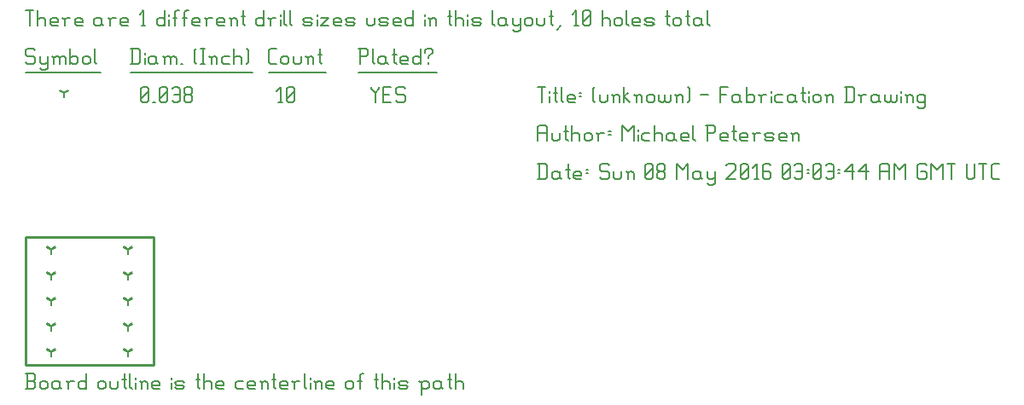
<source format=gbr>
G04 start of page 12 for group -3984 idx -3984 *
G04 Title: (unknown), fab *
G04 Creator: pcb 20110918 *
G04 CreationDate: Sun 08 May 2016 03:03:44 AM GMT UTC *
G04 For: petersen *
G04 Format: Gerber/RS-274X *
G04 PCB-Dimensions: 50000 50000 *
G04 PCB-Coordinate-Origin: lower left *
%MOIN*%
%FSLAX25Y25*%
%LNFAB*%
%ADD36C,0.0100*%
%ADD35C,0.0060*%
%ADD34C,0.0001*%
%ADD33R,0.0080X0.0080*%
G54D33*X10000Y35000D02*Y33400D01*
G54D34*G36*
X9454Y35147D02*X11533Y36346D01*
X11933Y35653D01*
X9853Y34454D01*
X9454Y35147D01*
G37*
G36*
X10147Y34454D02*X8067Y35653D01*
X8467Y36346D01*
X10546Y35147D01*
X10147Y34454D01*
G37*
G54D33*X10000Y25000D02*Y23400D01*
G54D34*G36*
X9454Y25147D02*X11533Y26346D01*
X11933Y25653D01*
X9853Y24454D01*
X9454Y25147D01*
G37*
G36*
X10147Y24454D02*X8067Y25653D01*
X8467Y26346D01*
X10546Y25147D01*
X10147Y24454D01*
G37*
G54D33*X10000Y15000D02*Y13400D01*
G54D34*G36*
X9454Y15147D02*X11533Y16346D01*
X11933Y15653D01*
X9853Y14454D01*
X9454Y15147D01*
G37*
G36*
X10147Y14454D02*X8067Y15653D01*
X8467Y16346D01*
X10546Y15147D01*
X10147Y14454D01*
G37*
G54D33*X10000Y5000D02*Y3400D01*
G54D34*G36*
X9454Y5147D02*X11533Y6346D01*
X11933Y5653D01*
X9853Y4454D01*
X9454Y5147D01*
G37*
G36*
X10147Y4454D02*X8067Y5653D01*
X8467Y6346D01*
X10546Y5147D01*
X10147Y4454D01*
G37*
G54D33*X10000Y45000D02*Y43400D01*
G54D34*G36*
X9454Y45147D02*X11533Y46346D01*
X11933Y45653D01*
X9853Y44454D01*
X9454Y45147D01*
G37*
G36*
X10147Y44454D02*X8067Y45653D01*
X8467Y46346D01*
X10546Y45147D01*
X10147Y44454D01*
G37*
G54D33*X40000Y45000D02*Y43400D01*
G54D34*G36*
X39454Y45147D02*X41533Y46346D01*
X41933Y45653D01*
X39853Y44454D01*
X39454Y45147D01*
G37*
G36*
X40147Y44454D02*X38067Y45653D01*
X38467Y46346D01*
X40546Y45147D01*
X40147Y44454D01*
G37*
G54D33*X40000Y35000D02*Y33400D01*
G54D34*G36*
X39454Y35147D02*X41533Y36346D01*
X41933Y35653D01*
X39853Y34454D01*
X39454Y35147D01*
G37*
G36*
X40147Y34454D02*X38067Y35653D01*
X38467Y36346D01*
X40546Y35147D01*
X40147Y34454D01*
G37*
G54D33*X40000Y25000D02*Y23400D01*
G54D34*G36*
X39454Y25147D02*X41533Y26346D01*
X41933Y25653D01*
X39853Y24454D01*
X39454Y25147D01*
G37*
G36*
X40147Y24454D02*X38067Y25653D01*
X38467Y26346D01*
X40546Y25147D01*
X40147Y24454D01*
G37*
G54D33*X40000Y15000D02*Y13400D01*
G54D34*G36*
X39454Y15147D02*X41533Y16346D01*
X41933Y15653D01*
X39853Y14454D01*
X39454Y15147D01*
G37*
G36*
X40147Y14454D02*X38067Y15653D01*
X38467Y16346D01*
X40546Y15147D01*
X40147Y14454D01*
G37*
G54D33*X40000Y5000D02*Y3400D01*
G54D34*G36*
X39454Y5147D02*X41533Y6346D01*
X41933Y5653D01*
X39853Y4454D01*
X39454Y5147D01*
G37*
G36*
X40147Y4454D02*X38067Y5653D01*
X38467Y6346D01*
X40546Y5147D01*
X40147Y4454D01*
G37*
G54D33*X15000Y106250D02*Y104650D01*
G54D34*G36*
X14454Y106397D02*X16533Y107596D01*
X16933Y106903D01*
X14853Y105704D01*
X14454Y106397D01*
G37*
G36*
X15147Y105704D02*X13067Y106903D01*
X13467Y107596D01*
X15546Y106397D01*
X15147Y105704D01*
G37*
G54D35*X135000Y108500D02*Y107750D01*
X136500Y106250D01*
X138000Y107750D01*
Y108500D02*Y107750D01*
X136500Y106250D02*Y102500D01*
X139800Y105500D02*X142050D01*
X139800Y102500D02*X142800D01*
X139800Y108500D02*Y102500D01*
Y108500D02*X142800D01*
X147600D02*X148350Y107750D01*
X145350Y108500D02*X147600D01*
X144600Y107750D02*X145350Y108500D01*
X144600Y107750D02*Y106250D01*
X145350Y105500D01*
X147600D01*
X148350Y104750D01*
Y103250D01*
X147600Y102500D02*X148350Y103250D01*
X145350Y102500D02*X147600D01*
X144600Y103250D02*X145350Y102500D01*
X98750D02*X100250D01*
X99500Y108500D02*Y102500D01*
X98000Y107000D02*X99500Y108500D01*
X102050Y103250D02*X102800Y102500D01*
X102050Y107750D02*Y103250D01*
Y107750D02*X102800Y108500D01*
X104300D01*
X105050Y107750D01*
Y103250D01*
X104300Y102500D02*X105050Y103250D01*
X102800Y102500D02*X104300D01*
X102050Y104000D02*X105050Y107000D01*
X45000Y103250D02*X45750Y102500D01*
X45000Y107750D02*Y103250D01*
Y107750D02*X45750Y108500D01*
X47250D01*
X48000Y107750D01*
Y103250D01*
X47250Y102500D02*X48000Y103250D01*
X45750Y102500D02*X47250D01*
X45000Y104000D02*X48000Y107000D01*
X49800Y102500D02*X50550D01*
X52350Y103250D02*X53100Y102500D01*
X52350Y107750D02*Y103250D01*
Y107750D02*X53100Y108500D01*
X54600D01*
X55350Y107750D01*
Y103250D01*
X54600Y102500D02*X55350Y103250D01*
X53100Y102500D02*X54600D01*
X52350Y104000D02*X55350Y107000D01*
X57150Y107750D02*X57900Y108500D01*
X59400D01*
X60150Y107750D01*
Y103250D01*
X59400Y102500D02*X60150Y103250D01*
X57900Y102500D02*X59400D01*
X57150Y103250D02*X57900Y102500D01*
Y105500D02*X60150D01*
X61950Y103250D02*X62700Y102500D01*
X61950Y104750D02*Y103250D01*
Y104750D02*X62700Y105500D01*
X64200D01*
X64950Y104750D01*
Y103250D01*
X64200Y102500D02*X64950Y103250D01*
X62700Y102500D02*X64200D01*
X61950Y106250D02*X62700Y105500D01*
X61950Y107750D02*Y106250D01*
Y107750D02*X62700Y108500D01*
X64200D01*
X64950Y107750D01*
Y106250D01*
X64200Y105500D02*X64950Y106250D01*
X3000Y123500D02*X3750Y122750D01*
X750Y123500D02*X3000D01*
X0Y122750D02*X750Y123500D01*
X0Y122750D02*Y121250D01*
X750Y120500D01*
X3000D01*
X3750Y119750D01*
Y118250D01*
X3000Y117500D02*X3750Y118250D01*
X750Y117500D02*X3000D01*
X0Y118250D02*X750Y117500D01*
X5550Y120500D02*Y118250D01*
X6300Y117500D01*
X8550Y120500D02*Y116000D01*
X7800Y115250D02*X8550Y116000D01*
X6300Y115250D02*X7800D01*
X5550Y116000D02*X6300Y115250D01*
Y117500D02*X7800D01*
X8550Y118250D01*
X11100Y119750D02*Y117500D01*
Y119750D02*X11850Y120500D01*
X12600D01*
X13350Y119750D01*
Y117500D01*
Y119750D02*X14100Y120500D01*
X14850D01*
X15600Y119750D01*
Y117500D01*
X10350Y120500D02*X11100Y119750D01*
X17400Y123500D02*Y117500D01*
Y118250D02*X18150Y117500D01*
X19650D01*
X20400Y118250D01*
Y119750D02*Y118250D01*
X19650Y120500D02*X20400Y119750D01*
X18150Y120500D02*X19650D01*
X17400Y119750D02*X18150Y120500D01*
X22200Y119750D02*Y118250D01*
Y119750D02*X22950Y120500D01*
X24450D01*
X25200Y119750D01*
Y118250D01*
X24450Y117500D02*X25200Y118250D01*
X22950Y117500D02*X24450D01*
X22200Y118250D02*X22950Y117500D01*
X27000Y123500D02*Y118250D01*
X27750Y117500D01*
X0Y114250D02*X29250D01*
X41750Y123500D02*Y117500D01*
X44000Y123500D02*X44750Y122750D01*
Y118250D01*
X44000Y117500D02*X44750Y118250D01*
X41000Y117500D02*X44000D01*
X41000Y123500D02*X44000D01*
X46550Y122000D02*Y121250D01*
Y119750D02*Y117500D01*
X50300Y120500D02*X51050Y119750D01*
X48800Y120500D02*X50300D01*
X48050Y119750D02*X48800Y120500D01*
X48050Y119750D02*Y118250D01*
X48800Y117500D01*
X51050Y120500D02*Y118250D01*
X51800Y117500D01*
X48800D02*X50300D01*
X51050Y118250D01*
X54350Y119750D02*Y117500D01*
Y119750D02*X55100Y120500D01*
X55850D01*
X56600Y119750D01*
Y117500D01*
Y119750D02*X57350Y120500D01*
X58100D01*
X58850Y119750D01*
Y117500D01*
X53600Y120500D02*X54350Y119750D01*
X60650Y117500D02*X61400D01*
X65900Y118250D02*X66650Y117500D01*
X65900Y122750D02*X66650Y123500D01*
X65900Y122750D02*Y118250D01*
X68450Y123500D02*X69950D01*
X69200D02*Y117500D01*
X68450D02*X69950D01*
X72500Y119750D02*Y117500D01*
Y119750D02*X73250Y120500D01*
X74000D01*
X74750Y119750D01*
Y117500D01*
X71750Y120500D02*X72500Y119750D01*
X77300Y120500D02*X79550D01*
X76550Y119750D02*X77300Y120500D01*
X76550Y119750D02*Y118250D01*
X77300Y117500D01*
X79550D01*
X81350Y123500D02*Y117500D01*
Y119750D02*X82100Y120500D01*
X83600D01*
X84350Y119750D01*
Y117500D01*
X86150Y123500D02*X86900Y122750D01*
Y118250D01*
X86150Y117500D02*X86900Y118250D01*
X41000Y114250D02*X88700D01*
X95750Y117500D02*X98000D01*
X95000Y118250D02*X95750Y117500D01*
X95000Y122750D02*Y118250D01*
Y122750D02*X95750Y123500D01*
X98000D01*
X99800Y119750D02*Y118250D01*
Y119750D02*X100550Y120500D01*
X102050D01*
X102800Y119750D01*
Y118250D01*
X102050Y117500D02*X102800Y118250D01*
X100550Y117500D02*X102050D01*
X99800Y118250D02*X100550Y117500D01*
X104600Y120500D02*Y118250D01*
X105350Y117500D01*
X106850D01*
X107600Y118250D01*
Y120500D02*Y118250D01*
X110150Y119750D02*Y117500D01*
Y119750D02*X110900Y120500D01*
X111650D01*
X112400Y119750D01*
Y117500D01*
X109400Y120500D02*X110150Y119750D01*
X114950Y123500D02*Y118250D01*
X115700Y117500D01*
X114200Y121250D02*X115700D01*
X95000Y114250D02*X117200D01*
X130750Y123500D02*Y117500D01*
X130000Y123500D02*X133000D01*
X133750Y122750D01*
Y121250D01*
X133000Y120500D02*X133750Y121250D01*
X130750Y120500D02*X133000D01*
X135550Y123500D02*Y118250D01*
X136300Y117500D01*
X140050Y120500D02*X140800Y119750D01*
X138550Y120500D02*X140050D01*
X137800Y119750D02*X138550Y120500D01*
X137800Y119750D02*Y118250D01*
X138550Y117500D01*
X140800Y120500D02*Y118250D01*
X141550Y117500D01*
X138550D02*X140050D01*
X140800Y118250D01*
X144100Y123500D02*Y118250D01*
X144850Y117500D01*
X143350Y121250D02*X144850D01*
X147100Y117500D02*X149350D01*
X146350Y118250D02*X147100Y117500D01*
X146350Y119750D02*Y118250D01*
Y119750D02*X147100Y120500D01*
X148600D01*
X149350Y119750D01*
X146350Y119000D02*X149350D01*
Y119750D02*Y119000D01*
X154150Y123500D02*Y117500D01*
X153400D02*X154150Y118250D01*
X151900Y117500D02*X153400D01*
X151150Y118250D02*X151900Y117500D01*
X151150Y119750D02*Y118250D01*
Y119750D02*X151900Y120500D01*
X153400D01*
X154150Y119750D01*
X157450Y120500D02*Y119750D01*
Y118250D02*Y117500D01*
X155950Y122750D02*Y122000D01*
Y122750D02*X156700Y123500D01*
X158200D01*
X158950Y122750D01*
Y122000D01*
X157450Y120500D02*X158950Y122000D01*
X130000Y114250D02*X160750D01*
X0Y138500D02*X3000D01*
X1500D02*Y132500D01*
X4800Y138500D02*Y132500D01*
Y134750D02*X5550Y135500D01*
X7050D01*
X7800Y134750D01*
Y132500D01*
X10350D02*X12600D01*
X9600Y133250D02*X10350Y132500D01*
X9600Y134750D02*Y133250D01*
Y134750D02*X10350Y135500D01*
X11850D01*
X12600Y134750D01*
X9600Y134000D02*X12600D01*
Y134750D02*Y134000D01*
X15150Y134750D02*Y132500D01*
Y134750D02*X15900Y135500D01*
X17400D01*
X14400D02*X15150Y134750D01*
X19950Y132500D02*X22200D01*
X19200Y133250D02*X19950Y132500D01*
X19200Y134750D02*Y133250D01*
Y134750D02*X19950Y135500D01*
X21450D01*
X22200Y134750D01*
X19200Y134000D02*X22200D01*
Y134750D02*Y134000D01*
X28950Y135500D02*X29700Y134750D01*
X27450Y135500D02*X28950D01*
X26700Y134750D02*X27450Y135500D01*
X26700Y134750D02*Y133250D01*
X27450Y132500D01*
X29700Y135500D02*Y133250D01*
X30450Y132500D01*
X27450D02*X28950D01*
X29700Y133250D01*
X33000Y134750D02*Y132500D01*
Y134750D02*X33750Y135500D01*
X35250D01*
X32250D02*X33000Y134750D01*
X37800Y132500D02*X40050D01*
X37050Y133250D02*X37800Y132500D01*
X37050Y134750D02*Y133250D01*
Y134750D02*X37800Y135500D01*
X39300D01*
X40050Y134750D01*
X37050Y134000D02*X40050D01*
Y134750D02*Y134000D01*
X45300Y132500D02*X46800D01*
X46050Y138500D02*Y132500D01*
X44550Y137000D02*X46050Y138500D01*
X54300D02*Y132500D01*
X53550D02*X54300Y133250D01*
X52050Y132500D02*X53550D01*
X51300Y133250D02*X52050Y132500D01*
X51300Y134750D02*Y133250D01*
Y134750D02*X52050Y135500D01*
X53550D01*
X54300Y134750D01*
X56100Y137000D02*Y136250D01*
Y134750D02*Y132500D01*
X58350Y137750D02*Y132500D01*
Y137750D02*X59100Y138500D01*
X59850D01*
X57600Y135500D02*X59100D01*
X62100Y137750D02*Y132500D01*
Y137750D02*X62850Y138500D01*
X63600D01*
X61350Y135500D02*X62850D01*
X65850Y132500D02*X68100D01*
X65100Y133250D02*X65850Y132500D01*
X65100Y134750D02*Y133250D01*
Y134750D02*X65850Y135500D01*
X67350D01*
X68100Y134750D01*
X65100Y134000D02*X68100D01*
Y134750D02*Y134000D01*
X70650Y134750D02*Y132500D01*
Y134750D02*X71400Y135500D01*
X72900D01*
X69900D02*X70650Y134750D01*
X75450Y132500D02*X77700D01*
X74700Y133250D02*X75450Y132500D01*
X74700Y134750D02*Y133250D01*
Y134750D02*X75450Y135500D01*
X76950D01*
X77700Y134750D01*
X74700Y134000D02*X77700D01*
Y134750D02*Y134000D01*
X80250Y134750D02*Y132500D01*
Y134750D02*X81000Y135500D01*
X81750D01*
X82500Y134750D01*
Y132500D01*
X79500Y135500D02*X80250Y134750D01*
X85050Y138500D02*Y133250D01*
X85800Y132500D01*
X84300Y136250D02*X85800D01*
X93000Y138500D02*Y132500D01*
X92250D02*X93000Y133250D01*
X90750Y132500D02*X92250D01*
X90000Y133250D02*X90750Y132500D01*
X90000Y134750D02*Y133250D01*
Y134750D02*X90750Y135500D01*
X92250D01*
X93000Y134750D01*
X95550D02*Y132500D01*
Y134750D02*X96300Y135500D01*
X97800D01*
X94800D02*X95550Y134750D01*
X99600Y137000D02*Y136250D01*
Y134750D02*Y132500D01*
X101100Y138500D02*Y133250D01*
X101850Y132500D01*
X103350Y138500D02*Y133250D01*
X104100Y132500D01*
X109050D02*X111300D01*
X112050Y133250D01*
X111300Y134000D02*X112050Y133250D01*
X109050Y134000D02*X111300D01*
X108300Y134750D02*X109050Y134000D01*
X108300Y134750D02*X109050Y135500D01*
X111300D01*
X112050Y134750D01*
X108300Y133250D02*X109050Y132500D01*
X113850Y137000D02*Y136250D01*
Y134750D02*Y132500D01*
X115350Y135500D02*X118350D01*
X115350Y132500D02*X118350Y135500D01*
X115350Y132500D02*X118350D01*
X120900D02*X123150D01*
X120150Y133250D02*X120900Y132500D01*
X120150Y134750D02*Y133250D01*
Y134750D02*X120900Y135500D01*
X122400D01*
X123150Y134750D01*
X120150Y134000D02*X123150D01*
Y134750D02*Y134000D01*
X125700Y132500D02*X127950D01*
X128700Y133250D01*
X127950Y134000D02*X128700Y133250D01*
X125700Y134000D02*X127950D01*
X124950Y134750D02*X125700Y134000D01*
X124950Y134750D02*X125700Y135500D01*
X127950D01*
X128700Y134750D01*
X124950Y133250D02*X125700Y132500D01*
X133200Y135500D02*Y133250D01*
X133950Y132500D01*
X135450D01*
X136200Y133250D01*
Y135500D02*Y133250D01*
X138750Y132500D02*X141000D01*
X141750Y133250D01*
X141000Y134000D02*X141750Y133250D01*
X138750Y134000D02*X141000D01*
X138000Y134750D02*X138750Y134000D01*
X138000Y134750D02*X138750Y135500D01*
X141000D01*
X141750Y134750D01*
X138000Y133250D02*X138750Y132500D01*
X144300D02*X146550D01*
X143550Y133250D02*X144300Y132500D01*
X143550Y134750D02*Y133250D01*
Y134750D02*X144300Y135500D01*
X145800D01*
X146550Y134750D01*
X143550Y134000D02*X146550D01*
Y134750D02*Y134000D01*
X151350Y138500D02*Y132500D01*
X150600D02*X151350Y133250D01*
X149100Y132500D02*X150600D01*
X148350Y133250D02*X149100Y132500D01*
X148350Y134750D02*Y133250D01*
Y134750D02*X149100Y135500D01*
X150600D01*
X151350Y134750D01*
X155850Y137000D02*Y136250D01*
Y134750D02*Y132500D01*
X158100Y134750D02*Y132500D01*
Y134750D02*X158850Y135500D01*
X159600D01*
X160350Y134750D01*
Y132500D01*
X157350Y135500D02*X158100Y134750D01*
X165600Y138500D02*Y133250D01*
X166350Y132500D01*
X164850Y136250D02*X166350D01*
X167850Y138500D02*Y132500D01*
Y134750D02*X168600Y135500D01*
X170100D01*
X170850Y134750D01*
Y132500D01*
X172650Y137000D02*Y136250D01*
Y134750D02*Y132500D01*
X174900D02*X177150D01*
X177900Y133250D01*
X177150Y134000D02*X177900Y133250D01*
X174900Y134000D02*X177150D01*
X174150Y134750D02*X174900Y134000D01*
X174150Y134750D02*X174900Y135500D01*
X177150D01*
X177900Y134750D01*
X174150Y133250D02*X174900Y132500D01*
X182400Y138500D02*Y133250D01*
X183150Y132500D01*
X186900Y135500D02*X187650Y134750D01*
X185400Y135500D02*X186900D01*
X184650Y134750D02*X185400Y135500D01*
X184650Y134750D02*Y133250D01*
X185400Y132500D01*
X187650Y135500D02*Y133250D01*
X188400Y132500D01*
X185400D02*X186900D01*
X187650Y133250D01*
X190200Y135500D02*Y133250D01*
X190950Y132500D01*
X193200Y135500D02*Y131000D01*
X192450Y130250D02*X193200Y131000D01*
X190950Y130250D02*X192450D01*
X190200Y131000D02*X190950Y130250D01*
Y132500D02*X192450D01*
X193200Y133250D01*
X195000Y134750D02*Y133250D01*
Y134750D02*X195750Y135500D01*
X197250D01*
X198000Y134750D01*
Y133250D01*
X197250Y132500D02*X198000Y133250D01*
X195750Y132500D02*X197250D01*
X195000Y133250D02*X195750Y132500D01*
X199800Y135500D02*Y133250D01*
X200550Y132500D01*
X202050D01*
X202800Y133250D01*
Y135500D02*Y133250D01*
X205350Y138500D02*Y133250D01*
X206100Y132500D01*
X204600Y136250D02*X206100D01*
X207600Y131000D02*X209100Y132500D01*
X214350D02*X215850D01*
X215100Y138500D02*Y132500D01*
X213600Y137000D02*X215100Y138500D01*
X217650Y133250D02*X218400Y132500D01*
X217650Y137750D02*Y133250D01*
Y137750D02*X218400Y138500D01*
X219900D01*
X220650Y137750D01*
Y133250D01*
X219900Y132500D02*X220650Y133250D01*
X218400Y132500D02*X219900D01*
X217650Y134000D02*X220650Y137000D01*
X225150Y138500D02*Y132500D01*
Y134750D02*X225900Y135500D01*
X227400D01*
X228150Y134750D01*
Y132500D01*
X229950Y134750D02*Y133250D01*
Y134750D02*X230700Y135500D01*
X232200D01*
X232950Y134750D01*
Y133250D01*
X232200Y132500D02*X232950Y133250D01*
X230700Y132500D02*X232200D01*
X229950Y133250D02*X230700Y132500D01*
X234750Y138500D02*Y133250D01*
X235500Y132500D01*
X237750D02*X240000D01*
X237000Y133250D02*X237750Y132500D01*
X237000Y134750D02*Y133250D01*
Y134750D02*X237750Y135500D01*
X239250D01*
X240000Y134750D01*
X237000Y134000D02*X240000D01*
Y134750D02*Y134000D01*
X242550Y132500D02*X244800D01*
X245550Y133250D01*
X244800Y134000D02*X245550Y133250D01*
X242550Y134000D02*X244800D01*
X241800Y134750D02*X242550Y134000D01*
X241800Y134750D02*X242550Y135500D01*
X244800D01*
X245550Y134750D01*
X241800Y133250D02*X242550Y132500D01*
X250800Y138500D02*Y133250D01*
X251550Y132500D01*
X250050Y136250D02*X251550D01*
X253050Y134750D02*Y133250D01*
Y134750D02*X253800Y135500D01*
X255300D01*
X256050Y134750D01*
Y133250D01*
X255300Y132500D02*X256050Y133250D01*
X253800Y132500D02*X255300D01*
X253050Y133250D02*X253800Y132500D01*
X258600Y138500D02*Y133250D01*
X259350Y132500D01*
X257850Y136250D02*X259350D01*
X263100Y135500D02*X263850Y134750D01*
X261600Y135500D02*X263100D01*
X260850Y134750D02*X261600Y135500D01*
X260850Y134750D02*Y133250D01*
X261600Y132500D01*
X263850Y135500D02*Y133250D01*
X264600Y132500D01*
X261600D02*X263100D01*
X263850Y133250D01*
X266400Y138500D02*Y133250D01*
X267150Y132500D01*
G54D36*X0Y0D02*X50000D01*
Y50000D01*
X0D01*
Y0D01*
G54D35*Y-9500D02*X3000D01*
X3750Y-8750D01*
Y-7250D02*Y-8750D01*
X3000Y-6500D02*X3750Y-7250D01*
X750Y-6500D02*X3000D01*
X750Y-3500D02*Y-9500D01*
X0Y-3500D02*X3000D01*
X3750Y-4250D01*
Y-5750D01*
X3000Y-6500D02*X3750Y-5750D01*
X5550Y-7250D02*Y-8750D01*
Y-7250D02*X6300Y-6500D01*
X7800D01*
X8550Y-7250D01*
Y-8750D01*
X7800Y-9500D02*X8550Y-8750D01*
X6300Y-9500D02*X7800D01*
X5550Y-8750D02*X6300Y-9500D01*
X12600Y-6500D02*X13350Y-7250D01*
X11100Y-6500D02*X12600D01*
X10350Y-7250D02*X11100Y-6500D01*
X10350Y-7250D02*Y-8750D01*
X11100Y-9500D01*
X13350Y-6500D02*Y-8750D01*
X14100Y-9500D01*
X11100D02*X12600D01*
X13350Y-8750D01*
X16650Y-7250D02*Y-9500D01*
Y-7250D02*X17400Y-6500D01*
X18900D01*
X15900D02*X16650Y-7250D01*
X23700Y-3500D02*Y-9500D01*
X22950D02*X23700Y-8750D01*
X21450Y-9500D02*X22950D01*
X20700Y-8750D02*X21450Y-9500D01*
X20700Y-7250D02*Y-8750D01*
Y-7250D02*X21450Y-6500D01*
X22950D01*
X23700Y-7250D01*
X28200D02*Y-8750D01*
Y-7250D02*X28950Y-6500D01*
X30450D01*
X31200Y-7250D01*
Y-8750D01*
X30450Y-9500D02*X31200Y-8750D01*
X28950Y-9500D02*X30450D01*
X28200Y-8750D02*X28950Y-9500D01*
X33000Y-6500D02*Y-8750D01*
X33750Y-9500D01*
X35250D01*
X36000Y-8750D01*
Y-6500D02*Y-8750D01*
X38550Y-3500D02*Y-8750D01*
X39300Y-9500D01*
X37800Y-5750D02*X39300D01*
X40800Y-3500D02*Y-8750D01*
X41550Y-9500D01*
X43050Y-5000D02*Y-5750D01*
Y-7250D02*Y-9500D01*
X45300Y-7250D02*Y-9500D01*
Y-7250D02*X46050Y-6500D01*
X46800D01*
X47550Y-7250D01*
Y-9500D01*
X44550Y-6500D02*X45300Y-7250D01*
X50100Y-9500D02*X52350D01*
X49350Y-8750D02*X50100Y-9500D01*
X49350Y-7250D02*Y-8750D01*
Y-7250D02*X50100Y-6500D01*
X51600D01*
X52350Y-7250D01*
X49350Y-8000D02*X52350D01*
Y-7250D02*Y-8000D01*
X56850Y-5000D02*Y-5750D01*
Y-7250D02*Y-9500D01*
X59100D02*X61350D01*
X62100Y-8750D01*
X61350Y-8000D02*X62100Y-8750D01*
X59100Y-8000D02*X61350D01*
X58350Y-7250D02*X59100Y-8000D01*
X58350Y-7250D02*X59100Y-6500D01*
X61350D01*
X62100Y-7250D01*
X58350Y-8750D02*X59100Y-9500D01*
X67350Y-3500D02*Y-8750D01*
X68100Y-9500D01*
X66600Y-5750D02*X68100D01*
X69600Y-3500D02*Y-9500D01*
Y-7250D02*X70350Y-6500D01*
X71850D01*
X72600Y-7250D01*
Y-9500D01*
X75150D02*X77400D01*
X74400Y-8750D02*X75150Y-9500D01*
X74400Y-7250D02*Y-8750D01*
Y-7250D02*X75150Y-6500D01*
X76650D01*
X77400Y-7250D01*
X74400Y-8000D02*X77400D01*
Y-7250D02*Y-8000D01*
X82650Y-6500D02*X84900D01*
X81900Y-7250D02*X82650Y-6500D01*
X81900Y-7250D02*Y-8750D01*
X82650Y-9500D01*
X84900D01*
X87450D02*X89700D01*
X86700Y-8750D02*X87450Y-9500D01*
X86700Y-7250D02*Y-8750D01*
Y-7250D02*X87450Y-6500D01*
X88950D01*
X89700Y-7250D01*
X86700Y-8000D02*X89700D01*
Y-7250D02*Y-8000D01*
X92250Y-7250D02*Y-9500D01*
Y-7250D02*X93000Y-6500D01*
X93750D01*
X94500Y-7250D01*
Y-9500D01*
X91500Y-6500D02*X92250Y-7250D01*
X97050Y-3500D02*Y-8750D01*
X97800Y-9500D01*
X96300Y-5750D02*X97800D01*
X100050Y-9500D02*X102300D01*
X99300Y-8750D02*X100050Y-9500D01*
X99300Y-7250D02*Y-8750D01*
Y-7250D02*X100050Y-6500D01*
X101550D01*
X102300Y-7250D01*
X99300Y-8000D02*X102300D01*
Y-7250D02*Y-8000D01*
X104850Y-7250D02*Y-9500D01*
Y-7250D02*X105600Y-6500D01*
X107100D01*
X104100D02*X104850Y-7250D01*
X108900Y-3500D02*Y-8750D01*
X109650Y-9500D01*
X111150Y-5000D02*Y-5750D01*
Y-7250D02*Y-9500D01*
X113400Y-7250D02*Y-9500D01*
Y-7250D02*X114150Y-6500D01*
X114900D01*
X115650Y-7250D01*
Y-9500D01*
X112650Y-6500D02*X113400Y-7250D01*
X118200Y-9500D02*X120450D01*
X117450Y-8750D02*X118200Y-9500D01*
X117450Y-7250D02*Y-8750D01*
Y-7250D02*X118200Y-6500D01*
X119700D01*
X120450Y-7250D01*
X117450Y-8000D02*X120450D01*
Y-7250D02*Y-8000D01*
X124950Y-7250D02*Y-8750D01*
Y-7250D02*X125700Y-6500D01*
X127200D01*
X127950Y-7250D01*
Y-8750D01*
X127200Y-9500D02*X127950Y-8750D01*
X125700Y-9500D02*X127200D01*
X124950Y-8750D02*X125700Y-9500D01*
X130500Y-4250D02*Y-9500D01*
Y-4250D02*X131250Y-3500D01*
X132000D01*
X129750Y-6500D02*X131250D01*
X136950Y-3500D02*Y-8750D01*
X137700Y-9500D01*
X136200Y-5750D02*X137700D01*
X139200Y-3500D02*Y-9500D01*
Y-7250D02*X139950Y-6500D01*
X141450D01*
X142200Y-7250D01*
Y-9500D01*
X144000Y-5000D02*Y-5750D01*
Y-7250D02*Y-9500D01*
X146250D02*X148500D01*
X149250Y-8750D01*
X148500Y-8000D02*X149250Y-8750D01*
X146250Y-8000D02*X148500D01*
X145500Y-7250D02*X146250Y-8000D01*
X145500Y-7250D02*X146250Y-6500D01*
X148500D01*
X149250Y-7250D01*
X145500Y-8750D02*X146250Y-9500D01*
X154500Y-7250D02*Y-11750D01*
X153750Y-6500D02*X154500Y-7250D01*
X155250Y-6500D01*
X156750D01*
X157500Y-7250D01*
Y-8750D01*
X156750Y-9500D02*X157500Y-8750D01*
X155250Y-9500D02*X156750D01*
X154500Y-8750D02*X155250Y-9500D01*
X161550Y-6500D02*X162300Y-7250D01*
X160050Y-6500D02*X161550D01*
X159300Y-7250D02*X160050Y-6500D01*
X159300Y-7250D02*Y-8750D01*
X160050Y-9500D01*
X162300Y-6500D02*Y-8750D01*
X163050Y-9500D01*
X160050D02*X161550D01*
X162300Y-8750D01*
X165600Y-3500D02*Y-8750D01*
X166350Y-9500D01*
X164850Y-5750D02*X166350D01*
X167850Y-3500D02*Y-9500D01*
Y-7250D02*X168600Y-6500D01*
X170100D01*
X170850Y-7250D01*
Y-9500D01*
X200750Y78500D02*Y72500D01*
X203000Y78500D02*X203750Y77750D01*
Y73250D01*
X203000Y72500D02*X203750Y73250D01*
X200000Y72500D02*X203000D01*
X200000Y78500D02*X203000D01*
X207800Y75500D02*X208550Y74750D01*
X206300Y75500D02*X207800D01*
X205550Y74750D02*X206300Y75500D01*
X205550Y74750D02*Y73250D01*
X206300Y72500D01*
X208550Y75500D02*Y73250D01*
X209300Y72500D01*
X206300D02*X207800D01*
X208550Y73250D01*
X211850Y78500D02*Y73250D01*
X212600Y72500D01*
X211100Y76250D02*X212600D01*
X214850Y72500D02*X217100D01*
X214100Y73250D02*X214850Y72500D01*
X214100Y74750D02*Y73250D01*
Y74750D02*X214850Y75500D01*
X216350D01*
X217100Y74750D01*
X214100Y74000D02*X217100D01*
Y74750D02*Y74000D01*
X218900Y76250D02*X219650D01*
X218900Y74750D02*X219650D01*
X227150Y78500D02*X227900Y77750D01*
X224900Y78500D02*X227150D01*
X224150Y77750D02*X224900Y78500D01*
X224150Y77750D02*Y76250D01*
X224900Y75500D01*
X227150D01*
X227900Y74750D01*
Y73250D01*
X227150Y72500D02*X227900Y73250D01*
X224900Y72500D02*X227150D01*
X224150Y73250D02*X224900Y72500D01*
X229700Y75500D02*Y73250D01*
X230450Y72500D01*
X231950D01*
X232700Y73250D01*
Y75500D02*Y73250D01*
X235250Y74750D02*Y72500D01*
Y74750D02*X236000Y75500D01*
X236750D01*
X237500Y74750D01*
Y72500D01*
X234500Y75500D02*X235250Y74750D01*
X242000Y73250D02*X242750Y72500D01*
X242000Y77750D02*Y73250D01*
Y77750D02*X242750Y78500D01*
X244250D01*
X245000Y77750D01*
Y73250D01*
X244250Y72500D02*X245000Y73250D01*
X242750Y72500D02*X244250D01*
X242000Y74000D02*X245000Y77000D01*
X246800Y73250D02*X247550Y72500D01*
X246800Y74750D02*Y73250D01*
Y74750D02*X247550Y75500D01*
X249050D01*
X249800Y74750D01*
Y73250D01*
X249050Y72500D02*X249800Y73250D01*
X247550Y72500D02*X249050D01*
X246800Y76250D02*X247550Y75500D01*
X246800Y77750D02*Y76250D01*
Y77750D02*X247550Y78500D01*
X249050D01*
X249800Y77750D01*
Y76250D01*
X249050Y75500D02*X249800Y76250D01*
X254300Y78500D02*Y72500D01*
Y78500D02*X256550Y76250D01*
X258800Y78500D01*
Y72500D01*
X262850Y75500D02*X263600Y74750D01*
X261350Y75500D02*X262850D01*
X260600Y74750D02*X261350Y75500D01*
X260600Y74750D02*Y73250D01*
X261350Y72500D01*
X263600Y75500D02*Y73250D01*
X264350Y72500D01*
X261350D02*X262850D01*
X263600Y73250D01*
X266150Y75500D02*Y73250D01*
X266900Y72500D01*
X269150Y75500D02*Y71000D01*
X268400Y70250D02*X269150Y71000D01*
X266900Y70250D02*X268400D01*
X266150Y71000D02*X266900Y70250D01*
Y72500D02*X268400D01*
X269150Y73250D01*
X273650Y77750D02*X274400Y78500D01*
X276650D01*
X277400Y77750D01*
Y76250D01*
X273650Y72500D02*X277400Y76250D01*
X273650Y72500D02*X277400D01*
X279200Y73250D02*X279950Y72500D01*
X279200Y77750D02*Y73250D01*
Y77750D02*X279950Y78500D01*
X281450D01*
X282200Y77750D01*
Y73250D01*
X281450Y72500D02*X282200Y73250D01*
X279950Y72500D02*X281450D01*
X279200Y74000D02*X282200Y77000D01*
X284750Y72500D02*X286250D01*
X285500Y78500D02*Y72500D01*
X284000Y77000D02*X285500Y78500D01*
X290300D02*X291050Y77750D01*
X288800Y78500D02*X290300D01*
X288050Y77750D02*X288800Y78500D01*
X288050Y77750D02*Y73250D01*
X288800Y72500D01*
X290300Y75500D02*X291050Y74750D01*
X288050Y75500D02*X290300D01*
X288800Y72500D02*X290300D01*
X291050Y73250D01*
Y74750D02*Y73250D01*
X295550D02*X296300Y72500D01*
X295550Y77750D02*Y73250D01*
Y77750D02*X296300Y78500D01*
X297800D01*
X298550Y77750D01*
Y73250D01*
X297800Y72500D02*X298550Y73250D01*
X296300Y72500D02*X297800D01*
X295550Y74000D02*X298550Y77000D01*
X300350Y77750D02*X301100Y78500D01*
X302600D01*
X303350Y77750D01*
Y73250D01*
X302600Y72500D02*X303350Y73250D01*
X301100Y72500D02*X302600D01*
X300350Y73250D02*X301100Y72500D01*
Y75500D02*X303350D01*
X305150Y76250D02*X305900D01*
X305150Y74750D02*X305900D01*
X307700Y73250D02*X308450Y72500D01*
X307700Y77750D02*Y73250D01*
Y77750D02*X308450Y78500D01*
X309950D01*
X310700Y77750D01*
Y73250D01*
X309950Y72500D02*X310700Y73250D01*
X308450Y72500D02*X309950D01*
X307700Y74000D02*X310700Y77000D01*
X312500Y77750D02*X313250Y78500D01*
X314750D01*
X315500Y77750D01*
Y73250D01*
X314750Y72500D02*X315500Y73250D01*
X313250Y72500D02*X314750D01*
X312500Y73250D02*X313250Y72500D01*
Y75500D02*X315500D01*
X317300Y76250D02*X318050D01*
X317300Y74750D02*X318050D01*
X319850Y75500D02*X322850Y78500D01*
X319850Y75500D02*X323600D01*
X322850Y78500D02*Y72500D01*
X325400Y75500D02*X328400Y78500D01*
X325400Y75500D02*X329150D01*
X328400Y78500D02*Y72500D01*
X333650Y77750D02*Y72500D01*
Y77750D02*X334400Y78500D01*
X336650D01*
X337400Y77750D01*
Y72500D01*
X333650Y75500D02*X337400D01*
X339200Y78500D02*Y72500D01*
Y78500D02*X341450Y76250D01*
X343700Y78500D01*
Y72500D01*
X351200Y78500D02*X351950Y77750D01*
X348950Y78500D02*X351200D01*
X348200Y77750D02*X348950Y78500D01*
X348200Y77750D02*Y73250D01*
X348950Y72500D01*
X351200D01*
X351950Y73250D01*
Y74750D02*Y73250D01*
X351200Y75500D02*X351950Y74750D01*
X349700Y75500D02*X351200D01*
X353750Y78500D02*Y72500D01*
Y78500D02*X356000Y76250D01*
X358250Y78500D01*
Y72500D01*
X360050Y78500D02*X363050D01*
X361550D02*Y72500D01*
X367550Y78500D02*Y73250D01*
X368300Y72500D01*
X369800D01*
X370550Y73250D01*
Y78500D02*Y73250D01*
X372350Y78500D02*X375350D01*
X373850D02*Y72500D01*
X377900D02*X380150D01*
X377150Y73250D02*X377900Y72500D01*
X377150Y77750D02*Y73250D01*
Y77750D02*X377900Y78500D01*
X380150D01*
X200000Y92750D02*Y87500D01*
Y92750D02*X200750Y93500D01*
X203000D01*
X203750Y92750D01*
Y87500D01*
X200000Y90500D02*X203750D01*
X205550D02*Y88250D01*
X206300Y87500D01*
X207800D01*
X208550Y88250D01*
Y90500D02*Y88250D01*
X211100Y93500D02*Y88250D01*
X211850Y87500D01*
X210350Y91250D02*X211850D01*
X213350Y93500D02*Y87500D01*
Y89750D02*X214100Y90500D01*
X215600D01*
X216350Y89750D01*
Y87500D01*
X218150Y89750D02*Y88250D01*
Y89750D02*X218900Y90500D01*
X220400D01*
X221150Y89750D01*
Y88250D01*
X220400Y87500D02*X221150Y88250D01*
X218900Y87500D02*X220400D01*
X218150Y88250D02*X218900Y87500D01*
X223700Y89750D02*Y87500D01*
Y89750D02*X224450Y90500D01*
X225950D01*
X222950D02*X223700Y89750D01*
X227750Y91250D02*X228500D01*
X227750Y89750D02*X228500D01*
X233000Y93500D02*Y87500D01*
Y93500D02*X235250Y91250D01*
X237500Y93500D01*
Y87500D01*
X239300Y92000D02*Y91250D01*
Y89750D02*Y87500D01*
X241550Y90500D02*X243800D01*
X240800Y89750D02*X241550Y90500D01*
X240800Y89750D02*Y88250D01*
X241550Y87500D01*
X243800D01*
X245600Y93500D02*Y87500D01*
Y89750D02*X246350Y90500D01*
X247850D01*
X248600Y89750D01*
Y87500D01*
X252650Y90500D02*X253400Y89750D01*
X251150Y90500D02*X252650D01*
X250400Y89750D02*X251150Y90500D01*
X250400Y89750D02*Y88250D01*
X251150Y87500D01*
X253400Y90500D02*Y88250D01*
X254150Y87500D01*
X251150D02*X252650D01*
X253400Y88250D01*
X256700Y87500D02*X258950D01*
X255950Y88250D02*X256700Y87500D01*
X255950Y89750D02*Y88250D01*
Y89750D02*X256700Y90500D01*
X258200D01*
X258950Y89750D01*
X255950Y89000D02*X258950D01*
Y89750D02*Y89000D01*
X260750Y93500D02*Y88250D01*
X261500Y87500D01*
X266450Y93500D02*Y87500D01*
X265700Y93500D02*X268700D01*
X269450Y92750D01*
Y91250D01*
X268700Y90500D02*X269450Y91250D01*
X266450Y90500D02*X268700D01*
X272000Y87500D02*X274250D01*
X271250Y88250D02*X272000Y87500D01*
X271250Y89750D02*Y88250D01*
Y89750D02*X272000Y90500D01*
X273500D01*
X274250Y89750D01*
X271250Y89000D02*X274250D01*
Y89750D02*Y89000D01*
X276800Y93500D02*Y88250D01*
X277550Y87500D01*
X276050Y91250D02*X277550D01*
X279800Y87500D02*X282050D01*
X279050Y88250D02*X279800Y87500D01*
X279050Y89750D02*Y88250D01*
Y89750D02*X279800Y90500D01*
X281300D01*
X282050Y89750D01*
X279050Y89000D02*X282050D01*
Y89750D02*Y89000D01*
X284600Y89750D02*Y87500D01*
Y89750D02*X285350Y90500D01*
X286850D01*
X283850D02*X284600Y89750D01*
X289400Y87500D02*X291650D01*
X292400Y88250D01*
X291650Y89000D02*X292400Y88250D01*
X289400Y89000D02*X291650D01*
X288650Y89750D02*X289400Y89000D01*
X288650Y89750D02*X289400Y90500D01*
X291650D01*
X292400Y89750D01*
X288650Y88250D02*X289400Y87500D01*
X294950D02*X297200D01*
X294200Y88250D02*X294950Y87500D01*
X294200Y89750D02*Y88250D01*
Y89750D02*X294950Y90500D01*
X296450D01*
X297200Y89750D01*
X294200Y89000D02*X297200D01*
Y89750D02*Y89000D01*
X299750Y89750D02*Y87500D01*
Y89750D02*X300500Y90500D01*
X301250D01*
X302000Y89750D01*
Y87500D01*
X299000Y90500D02*X299750Y89750D01*
X200000Y108500D02*X203000D01*
X201500D02*Y102500D01*
X204800Y107000D02*Y106250D01*
Y104750D02*Y102500D01*
X207050Y108500D02*Y103250D01*
X207800Y102500D01*
X206300Y106250D02*X207800D01*
X209300Y108500D02*Y103250D01*
X210050Y102500D01*
X212300D02*X214550D01*
X211550Y103250D02*X212300Y102500D01*
X211550Y104750D02*Y103250D01*
Y104750D02*X212300Y105500D01*
X213800D01*
X214550Y104750D01*
X211550Y104000D02*X214550D01*
Y104750D02*Y104000D01*
X216350Y106250D02*X217100D01*
X216350Y104750D02*X217100D01*
X221600Y103250D02*X222350Y102500D01*
X221600Y107750D02*X222350Y108500D01*
X221600Y107750D02*Y103250D01*
X224150Y105500D02*Y103250D01*
X224900Y102500D01*
X226400D01*
X227150Y103250D01*
Y105500D02*Y103250D01*
X229700Y104750D02*Y102500D01*
Y104750D02*X230450Y105500D01*
X231200D01*
X231950Y104750D01*
Y102500D01*
X228950Y105500D02*X229700Y104750D01*
X233750Y108500D02*Y102500D01*
Y104750D02*X236000Y102500D01*
X233750Y104750D02*X235250Y106250D01*
X238550Y104750D02*Y102500D01*
Y104750D02*X239300Y105500D01*
X240050D01*
X240800Y104750D01*
Y102500D01*
X237800Y105500D02*X238550Y104750D01*
X242600D02*Y103250D01*
Y104750D02*X243350Y105500D01*
X244850D01*
X245600Y104750D01*
Y103250D01*
X244850Y102500D02*X245600Y103250D01*
X243350Y102500D02*X244850D01*
X242600Y103250D02*X243350Y102500D01*
X247400Y105500D02*Y103250D01*
X248150Y102500D01*
X248900D01*
X249650Y103250D01*
Y105500D02*Y103250D01*
X250400Y102500D01*
X251150D01*
X251900Y103250D01*
Y105500D02*Y103250D01*
X254450Y104750D02*Y102500D01*
Y104750D02*X255200Y105500D01*
X255950D01*
X256700Y104750D01*
Y102500D01*
X253700Y105500D02*X254450Y104750D01*
X258500Y108500D02*X259250Y107750D01*
Y103250D01*
X258500Y102500D02*X259250Y103250D01*
X263750Y105500D02*X266750D01*
X271250Y108500D02*Y102500D01*
Y108500D02*X274250D01*
X271250Y105500D02*X273500D01*
X278300D02*X279050Y104750D01*
X276800Y105500D02*X278300D01*
X276050Y104750D02*X276800Y105500D01*
X276050Y104750D02*Y103250D01*
X276800Y102500D01*
X279050Y105500D02*Y103250D01*
X279800Y102500D01*
X276800D02*X278300D01*
X279050Y103250D01*
X281600Y108500D02*Y102500D01*
Y103250D02*X282350Y102500D01*
X283850D01*
X284600Y103250D01*
Y104750D02*Y103250D01*
X283850Y105500D02*X284600Y104750D01*
X282350Y105500D02*X283850D01*
X281600Y104750D02*X282350Y105500D01*
X287150Y104750D02*Y102500D01*
Y104750D02*X287900Y105500D01*
X289400D01*
X286400D02*X287150Y104750D01*
X291200Y107000D02*Y106250D01*
Y104750D02*Y102500D01*
X293450Y105500D02*X295700D01*
X292700Y104750D02*X293450Y105500D01*
X292700Y104750D02*Y103250D01*
X293450Y102500D01*
X295700D01*
X299750Y105500D02*X300500Y104750D01*
X298250Y105500D02*X299750D01*
X297500Y104750D02*X298250Y105500D01*
X297500Y104750D02*Y103250D01*
X298250Y102500D01*
X300500Y105500D02*Y103250D01*
X301250Y102500D01*
X298250D02*X299750D01*
X300500Y103250D01*
X303800Y108500D02*Y103250D01*
X304550Y102500D01*
X303050Y106250D02*X304550D01*
X306050Y107000D02*Y106250D01*
Y104750D02*Y102500D01*
X307550Y104750D02*Y103250D01*
Y104750D02*X308300Y105500D01*
X309800D01*
X310550Y104750D01*
Y103250D01*
X309800Y102500D02*X310550Y103250D01*
X308300Y102500D02*X309800D01*
X307550Y103250D02*X308300Y102500D01*
X313100Y104750D02*Y102500D01*
Y104750D02*X313850Y105500D01*
X314600D01*
X315350Y104750D01*
Y102500D01*
X312350Y105500D02*X313100Y104750D01*
X320600Y108500D02*Y102500D01*
X322850Y108500D02*X323600Y107750D01*
Y103250D01*
X322850Y102500D02*X323600Y103250D01*
X319850Y102500D02*X322850D01*
X319850Y108500D02*X322850D01*
X326150Y104750D02*Y102500D01*
Y104750D02*X326900Y105500D01*
X328400D01*
X325400D02*X326150Y104750D01*
X332450Y105500D02*X333200Y104750D01*
X330950Y105500D02*X332450D01*
X330200Y104750D02*X330950Y105500D01*
X330200Y104750D02*Y103250D01*
X330950Y102500D01*
X333200Y105500D02*Y103250D01*
X333950Y102500D01*
X330950D02*X332450D01*
X333200Y103250D01*
X335750Y105500D02*Y103250D01*
X336500Y102500D01*
X337250D01*
X338000Y103250D01*
Y105500D02*Y103250D01*
X338750Y102500D01*
X339500D01*
X340250Y103250D01*
Y105500D02*Y103250D01*
X342050Y107000D02*Y106250D01*
Y104750D02*Y102500D01*
X344300Y104750D02*Y102500D01*
Y104750D02*X345050Y105500D01*
X345800D01*
X346550Y104750D01*
Y102500D01*
X343550Y105500D02*X344300Y104750D01*
X350600Y105500D02*X351350Y104750D01*
X349100Y105500D02*X350600D01*
X348350Y104750D02*X349100Y105500D01*
X348350Y104750D02*Y103250D01*
X349100Y102500D01*
X350600D01*
X351350Y103250D01*
X348350Y101000D02*X349100Y100250D01*
X350600D01*
X351350Y101000D01*
Y105500D02*Y101000D01*
M02*

</source>
